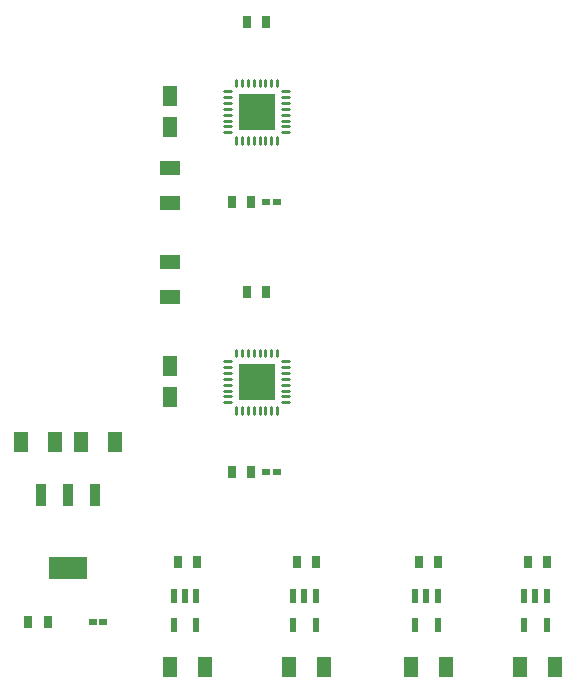
<source format=gbr>
G04 EAGLE Gerber RS-274X export*
G75*
%MOMM*%
%FSLAX34Y34*%
%LPD*%
%INSolderpaste Top*%
%IPPOS*%
%AMOC8*
5,1,8,0,0,1.08239X$1,22.5*%
G01*
G04 Define Apertures*
%ADD10R,1.164600X1.815300*%
%ADD11R,1.188700X1.795500*%
%ADD12R,0.700000X0.500000*%
%ADD13R,0.897900X1.860300*%
%ADD14R,3.189100X1.860300*%
%ADD15C,0.264000*%
%ADD16R,3.100000X3.100000*%
%ADD17R,0.798700X0.973900*%
%ADD18R,0.597100X1.186400*%
%ADD19R,1.815300X1.164600*%
D10*
X103654Y342900D03*
X74146Y342900D03*
X23346Y342900D03*
X52854Y342900D03*
X149785Y152400D03*
X179293Y152400D03*
D11*
X149700Y635399D03*
X149700Y609201D03*
D10*
X250772Y152400D03*
X280280Y152400D03*
X354120Y152400D03*
X383628Y152400D03*
D11*
X149700Y406799D03*
X149700Y380601D03*
D10*
X446333Y152400D03*
X475841Y152400D03*
D12*
X93400Y190500D03*
X84400Y190500D03*
X240400Y546100D03*
X231400Y546100D03*
X240400Y317500D03*
X231400Y317500D03*
D13*
X86500Y297450D03*
X63500Y297450D03*
X40500Y297450D03*
D14*
X63500Y235950D03*
D15*
X195961Y639800D02*
X201693Y639800D01*
X201693Y634800D02*
X195961Y634800D01*
X195961Y629800D02*
X201693Y629800D01*
X201693Y624800D02*
X195961Y624800D01*
X195961Y619800D02*
X201693Y619800D01*
X201693Y614800D02*
X195961Y614800D01*
X195961Y609800D02*
X201693Y609800D01*
X201693Y604800D02*
X195961Y604800D01*
X205700Y600793D02*
X205700Y595061D01*
X210700Y595061D02*
X210700Y600793D01*
X215700Y600793D02*
X215700Y595061D01*
X220700Y595061D02*
X220700Y600793D01*
X225700Y600793D02*
X225700Y595061D01*
X230700Y595061D02*
X230700Y600793D01*
X235700Y600793D02*
X235700Y595061D01*
X240700Y595061D02*
X240700Y600793D01*
X244707Y604800D02*
X250439Y604800D01*
X250439Y609800D02*
X244707Y609800D01*
X244707Y614800D02*
X250439Y614800D01*
X250439Y619800D02*
X244707Y619800D01*
X244707Y624800D02*
X250439Y624800D01*
X250439Y629800D02*
X244707Y629800D01*
X244707Y634800D02*
X250439Y634800D01*
X250439Y639800D02*
X244707Y639800D01*
X240700Y643807D02*
X240700Y649539D01*
X235700Y649539D02*
X235700Y643807D01*
X230700Y643807D02*
X230700Y649539D01*
X225700Y649539D02*
X225700Y643807D01*
X220700Y643807D02*
X220700Y649539D01*
X215700Y649539D02*
X215700Y643807D01*
X210700Y643807D02*
X210700Y649539D01*
X205700Y649539D02*
X205700Y643807D01*
D16*
X223200Y622300D03*
D15*
X201693Y411200D02*
X195961Y411200D01*
X195961Y406200D02*
X201693Y406200D01*
X201693Y401200D02*
X195961Y401200D01*
X195961Y396200D02*
X201693Y396200D01*
X201693Y391200D02*
X195961Y391200D01*
X195961Y386200D02*
X201693Y386200D01*
X201693Y381200D02*
X195961Y381200D01*
X195961Y376200D02*
X201693Y376200D01*
X205700Y372193D02*
X205700Y366461D01*
X210700Y366461D02*
X210700Y372193D01*
X215700Y372193D02*
X215700Y366461D01*
X220700Y366461D02*
X220700Y372193D01*
X225700Y372193D02*
X225700Y366461D01*
X230700Y366461D02*
X230700Y372193D01*
X235700Y372193D02*
X235700Y366461D01*
X240700Y366461D02*
X240700Y372193D01*
X244707Y376200D02*
X250439Y376200D01*
X250439Y381200D02*
X244707Y381200D01*
X244707Y386200D02*
X250439Y386200D01*
X250439Y391200D02*
X244707Y391200D01*
X244707Y396200D02*
X250439Y396200D01*
X250439Y401200D02*
X244707Y401200D01*
X244707Y406200D02*
X250439Y406200D01*
X250439Y411200D02*
X244707Y411200D01*
X240700Y415207D02*
X240700Y420939D01*
X235700Y420939D02*
X235700Y415207D01*
X230700Y415207D02*
X230700Y420939D01*
X225700Y420939D02*
X225700Y415207D01*
X220700Y415207D02*
X220700Y420939D01*
X215700Y420939D02*
X215700Y415207D01*
X210700Y415207D02*
X210700Y420939D01*
X205700Y420939D02*
X205700Y415207D01*
D16*
X223200Y393700D03*
D17*
X46252Y190500D03*
X29948Y190500D03*
X218652Y546100D03*
X202348Y546100D03*
X215048Y698500D03*
X231352Y698500D03*
X273678Y241300D03*
X257374Y241300D03*
X172691Y241300D03*
X156387Y241300D03*
X377026Y241300D03*
X360722Y241300D03*
X215048Y469900D03*
X231352Y469900D03*
X218652Y317500D03*
X202348Y317500D03*
X469239Y241300D03*
X452935Y241300D03*
D18*
X172139Y212644D03*
X162639Y212644D03*
X153139Y212644D03*
X153139Y187356D03*
X172139Y187356D03*
X273126Y212644D03*
X263626Y212644D03*
X254126Y212644D03*
X254126Y187356D03*
X273126Y187356D03*
X376474Y212644D03*
X366974Y212644D03*
X357474Y212644D03*
X357474Y187356D03*
X376474Y187356D03*
X468687Y212644D03*
X459187Y212644D03*
X449687Y212644D03*
X449687Y187356D03*
X468687Y187356D03*
D19*
X150000Y574754D03*
X150000Y545246D03*
X150000Y494754D03*
X150000Y465246D03*
M02*

</source>
